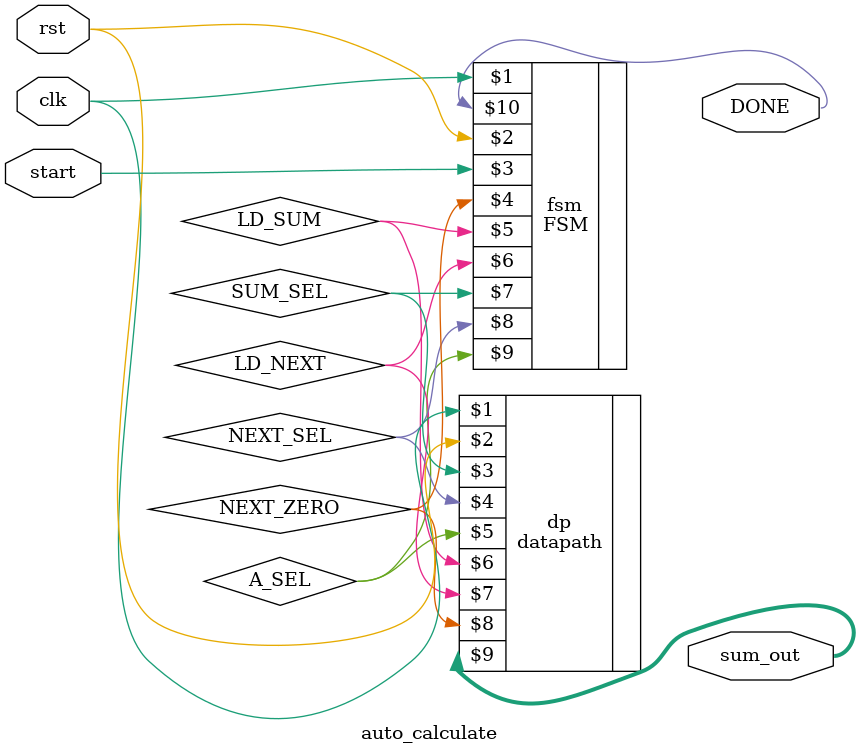
<source format=v>
`timescale 1ns / 1ps


module auto_calculate#(parameter DATA_WIDTH = 32)(clk, rst, start, DONE, sum_out);
    input clk, rst, start;
    output DONE;
    output [DATA_WIDTH - 1:0] sum_out;
    
    wire SUM_SEL, NEXT_SEL, A_SEL, LD_SUM, LD_NEXT, NEXT_ZERO;
    
    datapath #(32) dp(clk, rst, SUM_SEL, NEXT_SEL, A_SEL, LD_SUM, LD_NEXT, NEXT_ZERO, sum_out);
    FSM fsm(clk, rst, start, NEXT_ZERO, LD_SUM, LD_NEXT, SUM_SEL, NEXT_SEL, A_SEL, DONE);
    
    
endmodule

</source>
